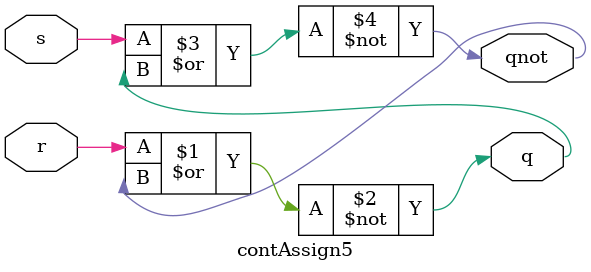
<source format=v>

module contAssign5(s, r, q, qnot);

  input s, r;
  output q, qnot;

assign q = ~(r | qnot);
assign qnot = ~(s | q);
endmodule

</source>
